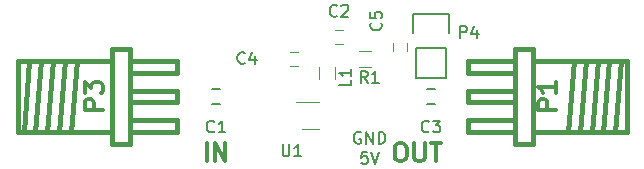
<source format=gto>
G04 #@! TF.FileFunction,Legend,Top*
%FSLAX46Y46*%
G04 Gerber Fmt 4.6, Leading zero omitted, Abs format (unit mm)*
G04 Created by KiCad (PCBNEW 4.0.7-e2-6376~58~ubuntu16.04.1) date Sat May 19 18:02:08 2018*
%MOMM*%
%LPD*%
G01*
G04 APERTURE LIST*
%ADD10C,0.100000*%
%ADD11C,0.200000*%
%ADD12C,0.381000*%
%ADD13C,0.150000*%
%ADD14C,0.120000*%
%ADD15C,0.304800*%
G04 APERTURE END LIST*
D10*
D11*
X19238096Y5950000D02*
X19142858Y5997619D01*
X19000001Y5997619D01*
X18857143Y5950000D01*
X18761905Y5854762D01*
X18714286Y5759524D01*
X18666667Y5569048D01*
X18666667Y5426190D01*
X18714286Y5235714D01*
X18761905Y5140476D01*
X18857143Y5045238D01*
X19000001Y4997619D01*
X19095239Y4997619D01*
X19238096Y5045238D01*
X19285715Y5092857D01*
X19285715Y5426190D01*
X19095239Y5426190D01*
X19714286Y4997619D02*
X19714286Y5997619D01*
X20285715Y4997619D01*
X20285715Y5997619D01*
X20761905Y4997619D02*
X20761905Y5997619D01*
X21000000Y5997619D01*
X21142858Y5950000D01*
X21238096Y5854762D01*
X21285715Y5759524D01*
X21333334Y5569048D01*
X21333334Y5426190D01*
X21285715Y5235714D01*
X21238096Y5140476D01*
X21142858Y5045238D01*
X21000000Y4997619D01*
X20761905Y4997619D01*
X19809524Y4297619D02*
X19333333Y4297619D01*
X19285714Y3821429D01*
X19333333Y3869048D01*
X19428571Y3916667D01*
X19666667Y3916667D01*
X19761905Y3869048D01*
X19809524Y3821429D01*
X19857143Y3726190D01*
X19857143Y3488095D01*
X19809524Y3392857D01*
X19761905Y3345238D01*
X19666667Y3297619D01*
X19428571Y3297619D01*
X19333333Y3345238D01*
X19285714Y3392857D01*
X20142857Y4297619D02*
X20476190Y3297619D01*
X20809524Y4297619D01*
D12*
X-7300000Y6000000D02*
X-6800000Y12000000D01*
X-5800000Y12000000D02*
X-6300000Y6000000D01*
X-5300000Y6000000D02*
X-4800000Y12000000D01*
X-1800000Y13000000D02*
X-299360Y13000500D01*
X-1800000Y5000000D02*
X-299360Y4999500D01*
X-1800000Y13000000D02*
X-1800000Y5000000D01*
X-299360Y7001020D02*
X3701140Y7001020D01*
X3701140Y7001020D02*
X3701140Y6000260D01*
X3701140Y6000260D02*
X-299360Y6000260D01*
X-299360Y9500380D02*
X3701140Y9500380D01*
X3701140Y9500380D02*
X3701140Y8499620D01*
X3701140Y8499620D02*
X-299360Y8499620D01*
X-299360Y11999740D02*
X3701140Y11999740D01*
X3701140Y11999740D02*
X3701140Y10998980D01*
X3701140Y10998980D02*
X-299360Y10998980D01*
X-9800000Y12000000D02*
X-1800000Y12000000D01*
X-299360Y13000500D02*
X-299360Y4999500D01*
X-1800000Y6000000D02*
X-9800000Y6000000D01*
X-9800000Y6000000D02*
X-9800000Y12000000D01*
X-8300000Y6000000D02*
X-7800000Y12000000D01*
X-9300000Y6000000D02*
X-8800000Y12000000D01*
X39300000Y12000000D02*
X38800000Y6000000D01*
X37800000Y6000000D02*
X38300000Y12000000D01*
X37300000Y12000000D02*
X36800000Y6000000D01*
X33800000Y5000000D02*
X32299360Y4999500D01*
X33800000Y13000000D02*
X32299360Y13000500D01*
X33800000Y5000000D02*
X33800000Y13000000D01*
X32299360Y10998980D02*
X28298860Y10998980D01*
X28298860Y10998980D02*
X28298860Y11999740D01*
X28298860Y11999740D02*
X32299360Y11999740D01*
X32299360Y8499620D02*
X28298860Y8499620D01*
X28298860Y8499620D02*
X28298860Y9500380D01*
X28298860Y9500380D02*
X32299360Y9500380D01*
X32299360Y6000260D02*
X28298860Y6000260D01*
X28298860Y6000260D02*
X28298860Y7001020D01*
X28298860Y7001020D02*
X32299360Y7001020D01*
X41800000Y6000000D02*
X33800000Y6000000D01*
X32299360Y4999500D02*
X32299360Y13000500D01*
X33800000Y12000000D02*
X41800000Y12000000D01*
X41800000Y12000000D02*
X41800000Y6000000D01*
X40300000Y12000000D02*
X39800000Y6000000D01*
X41300000Y12000000D02*
X40800000Y6000000D01*
D13*
X7350000Y8400000D02*
X6650000Y8400000D01*
X6650000Y9600000D02*
X7350000Y9600000D01*
X25550000Y8400000D02*
X24850000Y8400000D01*
X24850000Y9600000D02*
X25550000Y9600000D01*
X26470000Y13130000D02*
X26470000Y10590000D01*
X26750000Y15950000D02*
X26750000Y14400000D01*
X26470000Y13130000D02*
X23930000Y13130000D01*
X23650000Y14400000D02*
X23650000Y15950000D01*
X23650000Y15950000D02*
X26750000Y15950000D01*
X23930000Y13130000D02*
X23930000Y10590000D01*
X23930000Y10590000D02*
X26470000Y10590000D01*
D14*
X17050000Y14600000D02*
X17750000Y14600000D01*
X17750000Y13400000D02*
X17050000Y13400000D01*
X13950000Y11600000D02*
X13250000Y11600000D01*
X13250000Y12800000D02*
X13950000Y12800000D01*
X15720000Y10500000D02*
X15720000Y11500000D01*
X17080000Y11500000D02*
X17080000Y10500000D01*
X19100000Y12880000D02*
X20100000Y12880000D01*
X20100000Y11520000D02*
X19100000Y11520000D01*
X15700000Y8560000D02*
X13800000Y8560000D01*
X14300000Y6240000D02*
X15700000Y6240000D01*
X22000000Y12850000D02*
X22000000Y13550000D01*
X23200000Y13550000D02*
X23200000Y12850000D01*
D15*
X-2610571Y7875143D02*
X-4134571Y7875143D01*
X-4134571Y8455715D01*
X-4062000Y8600857D01*
X-3989429Y8673429D01*
X-3844286Y8746000D01*
X-3626571Y8746000D01*
X-3481429Y8673429D01*
X-3408857Y8600857D01*
X-3336286Y8455715D01*
X-3336286Y7875143D01*
X-4134571Y9254000D02*
X-4134571Y10197429D01*
X-3554000Y9689429D01*
X-3554000Y9907143D01*
X-3481429Y10052286D01*
X-3408857Y10124857D01*
X-3263714Y10197429D01*
X-2900857Y10197429D01*
X-2755714Y10124857D01*
X-2683143Y10052286D01*
X-2610571Y9907143D01*
X-2610571Y9471715D01*
X-2683143Y9326572D01*
X-2755714Y9254000D01*
X6201715Y3510571D02*
X6201715Y5034571D01*
X6927429Y3510571D02*
X6927429Y5034571D01*
X7798286Y3510571D01*
X7798286Y5034571D01*
X35789429Y7875143D02*
X34265429Y7875143D01*
X34265429Y8455715D01*
X34338000Y8600857D01*
X34410571Y8673429D01*
X34555714Y8746000D01*
X34773429Y8746000D01*
X34918571Y8673429D01*
X34991143Y8600857D01*
X35063714Y8455715D01*
X35063714Y7875143D01*
X35789429Y10197429D02*
X35789429Y9326572D01*
X35789429Y9762000D02*
X34265429Y9762000D01*
X34483143Y9616857D01*
X34628286Y9471715D01*
X34700857Y9326572D01*
X22476001Y5034571D02*
X22766287Y5034571D01*
X22911429Y4962000D01*
X23056572Y4816857D01*
X23129144Y4526571D01*
X23129144Y4018571D01*
X23056572Y3728286D01*
X22911429Y3583143D01*
X22766287Y3510571D01*
X22476001Y3510571D01*
X22330858Y3583143D01*
X22185715Y3728286D01*
X22113144Y4018571D01*
X22113144Y4526571D01*
X22185715Y4816857D01*
X22330858Y4962000D01*
X22476001Y5034571D01*
X23782286Y5034571D02*
X23782286Y3800857D01*
X23854858Y3655714D01*
X23927429Y3583143D01*
X24072572Y3510571D01*
X24362858Y3510571D01*
X24508000Y3583143D01*
X24580572Y3655714D01*
X24653143Y3800857D01*
X24653143Y5034571D01*
X25161143Y5034571D02*
X26032000Y5034571D01*
X25596571Y3510571D02*
X25596571Y5034571D01*
D13*
X6833334Y6042857D02*
X6785715Y5995238D01*
X6642858Y5947619D01*
X6547620Y5947619D01*
X6404762Y5995238D01*
X6309524Y6090476D01*
X6261905Y6185714D01*
X6214286Y6376190D01*
X6214286Y6519048D01*
X6261905Y6709524D01*
X6309524Y6804762D01*
X6404762Y6900000D01*
X6547620Y6947619D01*
X6642858Y6947619D01*
X6785715Y6900000D01*
X6833334Y6852381D01*
X7785715Y5947619D02*
X7214286Y5947619D01*
X7500000Y5947619D02*
X7500000Y6947619D01*
X7404762Y6804762D01*
X7309524Y6709524D01*
X7214286Y6661905D01*
X25033334Y6042857D02*
X24985715Y5995238D01*
X24842858Y5947619D01*
X24747620Y5947619D01*
X24604762Y5995238D01*
X24509524Y6090476D01*
X24461905Y6185714D01*
X24414286Y6376190D01*
X24414286Y6519048D01*
X24461905Y6709524D01*
X24509524Y6804762D01*
X24604762Y6900000D01*
X24747620Y6947619D01*
X24842858Y6947619D01*
X24985715Y6900000D01*
X25033334Y6852381D01*
X25366667Y6947619D02*
X25985715Y6947619D01*
X25652381Y6566667D01*
X25795239Y6566667D01*
X25890477Y6519048D01*
X25938096Y6471429D01*
X25985715Y6376190D01*
X25985715Y6138095D01*
X25938096Y6042857D01*
X25890477Y5995238D01*
X25795239Y5947619D01*
X25509524Y5947619D01*
X25414286Y5995238D01*
X25366667Y6042857D01*
X27661905Y13947619D02*
X27661905Y14947619D01*
X28042858Y14947619D01*
X28138096Y14900000D01*
X28185715Y14852381D01*
X28233334Y14757143D01*
X28233334Y14614286D01*
X28185715Y14519048D01*
X28138096Y14471429D01*
X28042858Y14423810D01*
X27661905Y14423810D01*
X29090477Y14614286D02*
X29090477Y13947619D01*
X28852381Y14995238D02*
X28614286Y14280952D01*
X29233334Y14280952D01*
X17233334Y15842857D02*
X17185715Y15795238D01*
X17042858Y15747619D01*
X16947620Y15747619D01*
X16804762Y15795238D01*
X16709524Y15890476D01*
X16661905Y15985714D01*
X16614286Y16176190D01*
X16614286Y16319048D01*
X16661905Y16509524D01*
X16709524Y16604762D01*
X16804762Y16700000D01*
X16947620Y16747619D01*
X17042858Y16747619D01*
X17185715Y16700000D01*
X17233334Y16652381D01*
X17614286Y16652381D02*
X17661905Y16700000D01*
X17757143Y16747619D01*
X17995239Y16747619D01*
X18090477Y16700000D01*
X18138096Y16652381D01*
X18185715Y16557143D01*
X18185715Y16461905D01*
X18138096Y16319048D01*
X17566667Y15747619D01*
X18185715Y15747619D01*
X9433334Y11842857D02*
X9385715Y11795238D01*
X9242858Y11747619D01*
X9147620Y11747619D01*
X9004762Y11795238D01*
X8909524Y11890476D01*
X8861905Y11985714D01*
X8814286Y12176190D01*
X8814286Y12319048D01*
X8861905Y12509524D01*
X8909524Y12604762D01*
X9004762Y12700000D01*
X9147620Y12747619D01*
X9242858Y12747619D01*
X9385715Y12700000D01*
X9433334Y12652381D01*
X10290477Y12414286D02*
X10290477Y11747619D01*
X10052381Y12795238D02*
X9814286Y12080952D01*
X10433334Y12080952D01*
X18452381Y10433334D02*
X18452381Y9957143D01*
X17452381Y9957143D01*
X18452381Y11290477D02*
X18452381Y10719048D01*
X18452381Y11004762D02*
X17452381Y11004762D01*
X17595238Y10909524D01*
X17690476Y10814286D01*
X17738095Y10719048D01*
X19833334Y10147619D02*
X19500000Y10623810D01*
X19261905Y10147619D02*
X19261905Y11147619D01*
X19642858Y11147619D01*
X19738096Y11100000D01*
X19785715Y11052381D01*
X19833334Y10957143D01*
X19833334Y10814286D01*
X19785715Y10719048D01*
X19738096Y10671429D01*
X19642858Y10623810D01*
X19261905Y10623810D01*
X20785715Y10147619D02*
X20214286Y10147619D01*
X20500000Y10147619D02*
X20500000Y11147619D01*
X20404762Y11004762D01*
X20309524Y10909524D01*
X20214286Y10861905D01*
X12638095Y4947619D02*
X12638095Y4138095D01*
X12685714Y4042857D01*
X12733333Y3995238D01*
X12828571Y3947619D01*
X13019048Y3947619D01*
X13114286Y3995238D01*
X13161905Y4042857D01*
X13209524Y4138095D01*
X13209524Y4947619D01*
X14209524Y3947619D02*
X13638095Y3947619D01*
X13923809Y3947619D02*
X13923809Y4947619D01*
X13828571Y4804762D01*
X13733333Y4709524D01*
X13638095Y4661905D01*
X20957143Y15233334D02*
X21004762Y15185715D01*
X21052381Y15042858D01*
X21052381Y14947620D01*
X21004762Y14804762D01*
X20909524Y14709524D01*
X20814286Y14661905D01*
X20623810Y14614286D01*
X20480952Y14614286D01*
X20290476Y14661905D01*
X20195238Y14709524D01*
X20100000Y14804762D01*
X20052381Y14947620D01*
X20052381Y15042858D01*
X20100000Y15185715D01*
X20147619Y15233334D01*
X20052381Y16138096D02*
X20052381Y15661905D01*
X20528571Y15614286D01*
X20480952Y15661905D01*
X20433333Y15757143D01*
X20433333Y15995239D01*
X20480952Y16090477D01*
X20528571Y16138096D01*
X20623810Y16185715D01*
X20861905Y16185715D01*
X20957143Y16138096D01*
X21004762Y16090477D01*
X21052381Y15995239D01*
X21052381Y15757143D01*
X21004762Y15661905D01*
X20957143Y15614286D01*
M02*

</source>
